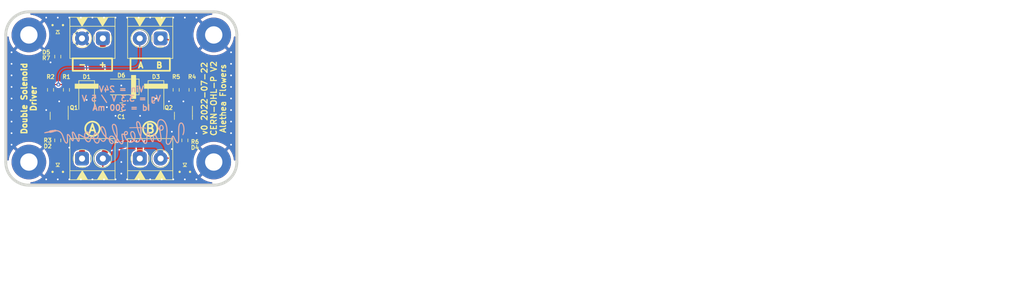
<source format=kicad_pcb>
(kicad_pcb (version 20211014) (generator pcbnew)
  (title_block (title "Solenoid driver") (date "2022-07-22") (rev "v0") (company "Winterbloom") (comment 1 "Alethea Flowers") (comment 2 "CERN-OHL-P V2") (comment 3 "candela.wntr.dev"))
  (layers (0 "F.Cu" signal) (31 "B.Cu" signal) (34 "B.Paste" user) (35 "F.Paste" user) (36 "B.SilkS" user "B.Silkscreen") (37 "F.SilkS" user "F.Silkscreen") (38 "B.Mask" user) (39 "F.Mask" user) (44 "Edge.Cuts" user))
  (net 0 "")
  (net 1 "GND")
  (net 2 "Net-(D5-Pad1)")
  (net 3 "+VDC")
  (net 4 "Net-(D2-Pad1)")
  (net 5 "Net-(Q1-Pad1)")
  (net 6 "Net-(R6-Pad1)")
  (net 7 "Net-(R4-Pad2)")
  (net 8 "/Switched A")
  (net 9 "/Switched B")
  (net 10 "/Control A")
  (net 11 "/Control B")
  (net 12 "/DCIN")
  (footprint "Resistor_SMD:R_0603_1608Metric_Pad0.98x0.95mm_HandSolder" (layer "F.Cu") (at 78.5 101.325 90)
    (fp_text reference "R3" (at 0 -1.75 unlocked) (layer "F.SilkS") (effects (font (size 0.7 0.7))))
    (fp_text value "10K")
    (pad "1" smd roundrect (at -0.9125 0 90) (size 0.975 0.95) (layers "F.Cu" "F.Paste" "F.Mask") (net 4 "Net-(D2-Pad1)"))
    (pad "2" smd roundrect (at 0.9125 0 90) (size 0.975 0.95) (layers "F.Cu" "F.Paste" "F.Mask") (net 8 "/Switched A"))
  )
  (footprint "winterbloom:TerminalBlock_4UCON_1x02_P3.50mm_Horizontal" (layer "F.Cu") (at 96.25 83.675 180)
    (fp_text reference "J2" hide)
    (fp_text value "CONTROL" hide)
    (pad "1" thru_hole roundrect (at -0.0508 0 180) (size 2.4 2.4) (drill 1.05) (layers *.Cu *.Mask) (net 11 "/Control B"))
    (pad "2" thru_hole circle (at 3.556 0 180) (size 2.4 2.4) (drill 1.05) (layers *.Cu *.Mask) (net 10 "/Control A"))
  )
  (footprint "MountingHole:MountingHole_3mm_Pad" (layer "F.Cu") (at 105.5 105.075)
    (fp_text reference "H4" hide)
    (fp_text value "GND" hide)
    (pad "1" thru_hole circle locked (at 0 0) (size 6 6) (drill 3) (layers *.Cu *.Mask) (net 1 "GND"))
  )
  (footprint "winterbloom:LED_0805_Kingbright_APT2012" (layer "F.Cu") (at 78.5 105.575 90)
    (fp_text reference "D2" (at 3.25 -1.75 unlocked) (layer "F.SilkS") (effects (font (size 0.7 0.7))))
    (fp_text value "A" hide)
    (pad "1" smd roundrect (at -1.175 0 90) (size 1.25 1.25) (layers "F.Cu" "F.Paste" "F.Mask") (roundrect_rratio 0.05) (net 4 "Net-(D2-Pad1)"))
    (pad "2" smd roundrect (at 1.175 0 90) (size 1.25 1.25) (layers "F.Cu" "F.Paste" "F.Mask") (roundrect_rratio 0.05) (net 3 "+VDC"))
  )
  (footprint "winterbloom:LED_0805_Kingbright_APT2012" (layer "F.Cu") (at 78.5 82.575 -90)
    (fp_text reference "D5" (at 3.5 2 unlocked) (layer "F.SilkS") (effects (font (size 0.7 0.7))))
    (fp_text value "VDC" hide)
    (pad "1" smd roundrect (at -1.175 0 270) (size 1.25 1.25) (layers "F.Cu" "F.Paste" "F.Mask") (roundrect_rratio 0.05) (net 2 "Net-(D5-Pad1)"))
    (pad "2" smd roundrect (at 1.175 0 270) (size 1.25 1.25) (layers "F.Cu" "F.Paste" "F.Mask") (roundrect_rratio 0.05) (net 3 "+VDC"))
  )
  (footprint "Package_TO_SOT_SMD:SOT-23" (layer "F.Cu") (at 78.75 97.075 -90)
    (fp_text reference "Q1" (at -1.4 -2.55 unlocked) (layer "F.SilkS") (effects (font (size 0.7 0.7))))
    (fp_text value "PMV40UN2R")
    (pad "1" smd roundrect (at -0.9375 -0.95 270) (size 1.475 0.6) (layers "F.Cu" "F.Paste" "F.Mask") (net 5 "Net-(Q1-Pad1)"))
    (pad "2" smd roundrect (at -0.9375 0.95 270) (size 1.475 0.6) (layers "F.Cu" "F.Paste" "F.Mask") (net 1 "GND"))
    (pad "3" smd roundrect (at 0.9375 0 270) (size 1.475 0.6) (layers "F.Cu" "F.Paste" "F.Mask") (net 8 "/Switched A"))
  )
  (footprint "Diode_SMD:D_SOD-128" (layer "F.Cu") (at 83.5 94.075 -90)
    (fp_text reference "D1" (at -3.75 0 unlocked) (layer "F.SilkS") (effects (font (size 0.7 0.7))))
    (fp_text value "30V 1A")
    (pad "1" smd rect (at -2.2 0 270) (size 1.4 2.1) (layers "F.Cu" "F.Paste" "F.Mask") (net 3 "+VDC"))
    (pad "2" smd rect (at 2.2 0 270) (size 1.4 2.1) (layers "F.Cu" "F.Paste" "F.Mask") (net 8 "/Switched A"))
  )
  (footprint "Resistor_SMD:R_0603_1608Metric_Pad0.98x0.95mm_HandSolder" (layer "F.Cu") (at 100.5 101.325 90)
    (fp_text reference "R6" (at -0.254724 1.75 unlocked) (layer "F.SilkS") (effects (font (size 0.7 0.7))))
    (fp_text value "10K")
    (pad "1" smd roundrect (at -0.9125 0 90) (size 0.975 0.95) (layers "F.Cu" "F.Paste" "F.Mask") (net 6 "Net-(R6-Pad1)"))
    (pad "2" smd roundrect (at 0.9125 0 90) (size 0.975 0.95) (layers "F.Cu" "F.Paste" "F.Mask") (net 9 "/Switched B"))
  )
  (footprint "MountingHole:MountingHole_3mm_Pad" (layer "F.Cu") (at 105.5 83.075)
    (fp_text reference "H3" hide)
    (fp_text value "GND" hide)
    (pad "1" thru_hole circle locked (at 0 0) (size 6 6) (drill 3) (layers *.Cu *.Mask) (net 1 "GND"))
  )
  (footprint "winterbloom:TerminalBlock_4UCON_1x02_P3.50mm_Horizontal" (layer "F.Cu") (at 86.25 83.675 180)
    (fp_text reference "J1" hide)
    (fp_text value "DC IN" hide)
    (pad "1" thru_hole roundrect (at -0.0508 0 180) (size 2.4 2.4) (drill 1.05) (layers *.Cu *.Mask) (net 12 "/DCIN"))
    (pad "2" thru_hole circle (at 3.556 0 180) (size 2.4 2.4) (drill 1.05) (layers *.Cu *.Mask) (net 1 "GND"))
  )
  (footprint "winterbloom:TerminalBlock_4UCON_1x02_P3.50mm_Horizontal" (layer "F.Cu") (at 92.75 104.475)
    (fp_text reference "J4" hide)
    (fp_text value "Solenoid B" hide)
    (pad "1" thru_hole roundrect (at -0.0508 0) (size 2.4 2.4) (drill 1.05) (layers *.Cu *.Mask) (net 9 "/Switched B"))
    (pad "2" thru_hole circle (at 3.556 0) (size 2.4 2.4) (drill 1.05) (layers *.Cu *.Mask) (net 3 "+VDC"))
  )
  (footprint "MountingHole:MountingHole_3mm_Pad" (layer "F.Cu") (at 73.5 105.075)
    (fp_text reference "H2" hide)
    (fp_text value "GND" hide)
    (pad "1" thru_hole circle locked (at 0 0) (size 6 6) (drill 3) (layers *.Cu *.Mask) (net 1 "GND"))
  )
  (footprint "Resistor_SMD:R_0603_1608Metric_Pad0.98x0.95mm_HandSolder" (layer "F.Cu") (at 78.5 86.825 -90)
    (fp_text reference "R7" (at 0.25 2 unlocked) (layer "F.SilkS") (effects (font (size 0.7 0.7))))
    (fp_text value "10K")
    (pad "1" smd roundrect (at -0.9125 0 270) (size 0.975 0.95) (layers "F.Cu" "F.Paste" "F.Mask") (net 2 "Net-(D5-Pad1)"))
    (pad "2" smd roundrect (at 0.9125 0 270) (size 0.975 0.95) (layers "F.Cu" "F.Paste" "F.Mask") (net 1 "GND"))
  )
  (footprint "Resistor_SMD:R_0603_1608Metric_Pad0.98x0.95mm_HandSolder" (layer "F.Cu") (at 80 92.575 -90)
    (fp_text reference "R1" (at -2.25 0 unlocked) (layer "F.SilkS") (effects (font (size 0.7 0.7))))
    (fp_text value "1K")
    (pad "1" smd roundrect (at -0.9125 0 270) (size 0.975 0.95) (layers "F.Cu" "F.Paste" "F.Mask") (net 10 "/Control A"))
    (pad "2" smd roundrect (at 0.9125 0 270) (size 0.975 0.95) (layers "F.Cu" "F.Paste" "F.Mask") (net 5 "Net-(Q1-Pad1)"))
  )
  (footprint "Package_TO_SOT_SMD:SOT-23" (layer "F.Cu") (at 100.25 97.075 -90)
    (fp_text reference "Q2" (at -1.4 2.55 unlocked) (layer "F.SilkS") (effects (font (size 0.7 0.7))))
    (fp_text value "PMV40UN2R")
    (pad "1" smd roundrect (at -0.9375 -0.95 270) (size 1.475 0.6) (layers "F.Cu" "F.Paste" "F.Mask") (net 7 "Net-(R4-Pad2)"))
    (pad "2" smd roundrect (at -0.9375 0.95 270) (size 1.475 0.6) (layers "F.Cu" "F.Paste" "F.Mask") (net 1 "GND"))
    (pad "3" smd roundrect (at 0.9375 0 270) (size 1.475 0.6) (layers "F.Cu" "F.Paste" "F.Mask") (net 9 "/Switched B"))
  )
  (footprint "Resistor_SMD:R_0603_1608Metric_Pad0.98x0.95mm_HandSolder" (layer "F.Cu") (at 101.75 92.575 -90)
    (fp_text reference "R4" (at -2.25 0 unlocked) (layer "F.SilkS") (effects (font (size 0.7 0.7))))
    (fp_text value "1K")
    (pad "1" smd roundrect (at -0.9125 0 270) (size 0.975 0.95) (layers "F.Cu" "F.Paste" "F.Mask") (net 11 "/Control B"))
    (pad "2" smd roundrect (at 0.9125 0 270) (size 0.975 0.95) (layers "F.Cu" "F.Paste" "F.Mask") (net 7 "Net-(R4-Pad2)"))
  )
  (footprint "Resistor_SMD:R_0603_1608Metric_Pad0.98x0.95mm_HandSolder" (layer "F.Cu") (at 99 92.575 -90)
    (fp_text reference "R5" (at -2.25 0 unlocked) (layer "F.SilkS") (effects (font (size 0.7 0.7))))
    (fp_text value "100K")
    (pad "1" smd roundrect (at -0.9125 0 270) (size 0.975 0.95) (layers "F.Cu" "F.Paste" "F.Mask") (net 11 "/Control B"))
    (pad "2" smd roundrect (at 0.9125 0 270) (size 0.975 0.95) (layers "F.Cu" "F.Paste" "F.Mask") (net 1 "GND"))
  )
  (footprint "Diode_SMD:D_SOD-128" (layer "F.Cu") (at 89.5 92.075 180)
    (fp_text reference "D6" (at 0 2 unlocked) (layer "F.SilkS") (effects (font (size 0.7 0.7))))
    (fp_text value "30V 2A")
    (pad "1" smd rect (at -2.2 0 180) (size 1.4 2.1) (layers "F.Cu" "F.Paste" "F.Mask") (net 3 "+VDC"))
    (pad "2" smd rect (at 2.2 0 180) (size 1.4 2.1) (layers "F.Cu" "F.Paste" "F.Mask") (net 12 "/DCIN"))
  )
  (footprint "Resistor_SMD:R_0603_1608Metric_Pad0.98x0.95mm_HandSolder" (layer "F.Cu") (at 77.25 92.575 -90)
    (fp_text reference "R2" (at -2.25 0 unlocked) (layer "F.SilkS") (effects (font (size 0.7 0.7))))
    (fp_text value "100K")
    (pad "1" smd roundrect (at -0.9125 0 270) (size 0.975 0.95) (layers "F.Cu" "F.Paste" "F.Mask") (net 10 "/Control A"))
    (pad "2" smd roundrect (at 0.9125 0 270) (size 0.975 0.95) (layers "F.Cu" "F.Paste" "F.Mask") (net 1 "GND"))
  )
  (footprint "MountingHole:MountingHole_3mm_Pad" (layer "F.Cu") (at 73.5 83.075)
    (fp_text reference "H1" hide)
    (fp_text value "GND" hide)
    (pad "1" thru_hole circle locked (at 0 0) (size 6 6) (drill 3) (layers *.Cu *.Mask) (net 1 "GND"))
  )
  (footprint "winterbloom:TerminalBlock_4UCON_1x02_P3.50mm_Horizontal" (layer "F.Cu") (at 82.75 104.475)
    (fp_text reference "J3" hide)
    (fp_text value "Solenoid A" hide)
    (pad "1" thru_hole roundrect (at -0.0508 0) (size 2.4 2.4) (drill 1.05) (layers *.Cu *.Mask) (net 8 "/Switched A"))
    (pad "2" thru_hole circle (at 3.556 0) (size 2.4 2.4) (drill 1.05) (layers *.Cu *.Mask) (net 3 "+VDC"))
  )
  (footprint "Diode_SMD:D_SOD-128" (layer "F.Cu") (at 95.5 94.075 -90)
    (fp_text reference "D3" (at -3.75 0 unlocked) (layer "F.SilkS") (effects (font (size 0.7 0.7))))
    (fp_text value "30V 1A")
    (pad "1" smd rect (at -2.2 0 270) (size 1.4 2.1) (layers "F.Cu" "F.Paste" "F.Mask") (net 3 "+VDC"))
    (pad "2" smd rect (at 2.2 0 270) (size 1.4 2.1) (layers "F.Cu" "F.Paste" "F.Mask") (net 9 "/Switched B"))
  )
  (footprint "winterbloom:LED_0805_Kingbright_APT2012" (layer "F.Cu") (at 100.5 105.575 90)
    (fp_text reference "D4" (at 3 1.75 unlocked) (layer "F.SilkS") (effects (font (size 0.7 0.7))))
    (fp_text value "A" hide)
    (pad "1" smd roundrect (at -1.175 0 90) (size 1.25 1.25) (layers "F.Cu" "F.Paste" "F.Mask") (roundrect_rratio 0.05) (net 6 "Net-(R6-Pad1)"))
    (pad "2" smd roundrect (at 1.175 0 90) (size 1.25 1.25) (layers "F.Cu" "F.Paste" "F.Mask") (roundrect_rratio 0.05) (net 3 "+VDC"))
  )
  (footprint "Capacitor_SMD:C_0805_2012Metric_Pad1.18x1.45mm_HandSolder" (layer "F.Cu") (at 89.5 95.575 180)
    (fp_text reference "C1" (at 0 -1.68 unlocked) (layer "F.SilkS") (effects (font (size 0.7 0.7))))
    (fp_text value "10U")
    (pad "1" smd roundrect (at -1.0375 0 180) (size 1.175 1.45) (layers "F.Cu" "F.Paste" "F.Mask") (roundrect_rratio 0.212766) (net 3 "+VDC"))
    (pad "2" smd roundrect (at 1.0375 0 180) (size 1.175 1.45) (layers "F.Cu" "F.Paste" "F.Mask") (roundrect_rratio 0.212766) (net 1 "GND"))
  )
  (footprint "winterbloom:Symbol_Winterbloom_25mm" (layer "B.Cu") (at 88.3 99.875 180)
    (fp_text reference "G***" hide)
    (fp_text value "LOGO" hide)
  )
  (gr_circle (center 84.5 99.325) (end 85.75 99.325) (layer "F.SilkS") (width 0.3) (fill none))
  (gr_circle (center 94.5 99.325) (end 95.75 99.325) (layer "F.SilkS") (width 0.3) (fill none))
  (gr_rect (start 87.91 89.275) (end 81.09 87.135) (layer "F.SilkS") (width 0.3) (fill none))
  (gr_rect (start 91.25 94.075) (end 92 90.075) (layer "F.SilkS") (width 0.12) (fill solid))
  (gr_rect (start 93.5 91.575) (end 97.5 92.325) (layer "F.SilkS") (width 0.12) (fill solid))
  (gr_rect (start 81.5 91.575) (end 85.5 92.325) (layer "F.SilkS") (width 0.12) (fill solid))
  (gr_rect (start 97.91 89.275) (end 91.09 87.135) (layer "F.SilkS") (width 0.3) (fill none))
  (gr_arc (start 73.5 109.075) (mid 70.671573 107.903427) (end 69.5 105.075) (layer "Edge.Cuts") (width 0.5))
  (gr_arc (start 105.5 79.075) (mid 108.328427 80.246573) (end 109.5 83.075) (layer "Edge.Cuts") (width 0.5))
  (gr_line (start 73.5 79.075) (end 105.5 79.075) (layer "Edge.Cuts") (width 0.5))
  (gr_arc (start 69.5 83.075) (mid 70.671573 80.246573) (end 73.5 79.075) (layer "Edge.Cuts") (width 0.5))
  (gr_line (start 109.5 83.075) (end 109.5 105.075) (layer "Edge.Cuts") (width 0.5))
  (gr_line (start 69.5 105.075) (end 69.5 83.075) (layer "Edge.Cuts") (width 0.5))
  (gr_line (start 105.5 109.075) (end 73.5 109.075) (layer "Edge.Cuts") (width 0.5))
  (gr_arc (start 109.5 105.075) (mid 108.328427 107.903427) (end 105.5 109.075) (layer "Edge.Cuts") (width 0.5))
  (gr_text "Vin = 24V\nVg = 3.3 V / 5 V\nId = 300 mA" (at 89.5 94.075) (layer "B.SilkS") (effects (font (size 1 1) (thickness 0.2)) (justify mirror)))
  (gr_text "B" (at 94.5 99.325) (layer "F.SilkS") (effects (font (size 1.5 1.5) (thickness 0.3))))
  (gr_text "+   -" (at 84.5 88.325 180) (layer "F.SilkS") (effects (font (size 1 1) (thickness 0.25))))
  (gr_text "A   B" (at 94.5 88.325) (layer "F.SilkS") (effects (font (size 1 1) (thickness 0.25))))
  (gr_text "A" (at 84.5 99.325) (layer "F.SilkS") (effects (font (size 1.5 1.5) (thickness 0.3))))
  (gr_text "Double Solenoid\nDriver" (at 73.5 94.075 90) (layer "F.SilkS") (effects (font (size 1 1) (thickness 0.25))))
  (gr_text "${REVISION} ${ISSUE_DATE}\n${COMMENT2}\n${COMMENT1}" (at 105.5 94.075 90) (layer "F.SilkS") (effects (font (size 1 1) (thickness 0.2))))
  (via (at 76.5 108.075) (size 0.7) (drill 0.3) (layers "F.Cu" "B.Cu") (net 1))
  (via (at 80.5 80.075) (size 0.7) (drill 0.3) (layers "F.Cu" "B.Cu") (net 1))
  (via (at 98.5 108.075) (size 0.7) (drill 0.3) (layers "F.Cu" "B.Cu") (net 1))
  (via (at 84.5 108.075) (size 0.7) (drill 0.3) (layers "F.Cu" "B.Cu") (net 1))
  (via (at 80.5 102.575) (size 0.7) (drill 0.3) (layers "F.Cu" "B.Cu") (net 1))
  (via (at 70.5 94.075) (size 0.7) (drill 0.3) (layers "F.Cu" "B.Cu") (net 1))
  (via (at 98.5 80.075) (size 0.7) (drill 0.3) (layers "F.Cu" "B.Cu") (net 1))
  (via (at 70.5 90.075) (size 0.7) (drill 0.3) (layers "F.Cu" "B.Cu") (net 1))
  (via (at 98.25 102.825) (size 0.7) (drill 0.3) (layers "F.Cu" "B.Cu") (net 1))
  (via (at 94.5 80.075) (size 0.7) (drill 0.3) (layers "F.Cu" "B.Cu") (net 1))
  (via (at 97.75 94.575) (size 0.7) (drill 0.3) (layers "F.Cu" "B.Cu") (net 1))
  (via (at 83.5 94.325) (size 0.7) (drill 0.3) (layers "F.Cu" "B.Cu") (net 1))
  (via (at 102.5 108.075) (size 0.7) (drill 0.3) (layers "F.Cu" "B.Cu") (net 1))
  (via (at 70.5 98.075) (size 0.7) (drill 0.3) (layers "F.Cu" "B.Cu") (net 1))
  (via (at 70.5 96.075) (size 0.7) (drill 0.3) (layers "F.Cu" "B.Cu") (net 1))
  (via (at 78.75 94.575) (size 0.7) (drill 0.3) (layers "F.Cu" "B.Cu") (net 1))
  (via (at 95.5 94.075) (size 0.7) (drill 0.3) (layers "F.Cu" "B.Cu") (net 1))
  (via (at 87 95.575) (size 0.7) (drill 0.3) (layers "F.Cu" "B.Cu") (net 1))
  (via (at 86.5 108.075) (size 0.7) (drill 0.3) (layers "F.Cu" "B.Cu") (net 1))
  (via (at 90.5 80.075) (size 0.7) (drill 0.3) (layers "F.Cu" "B.Cu") (net 1))
  (via (at 76.5 80.075) (size 0.7) (drill 0.3) (layers "F.Cu" "B.Cu") (net 1))
  (via (at 89.5 91.825) (size 0.7) (drill 0.3) (layers "F.Cu" "B.Cu") (net 1))
  (via (at 108.5 88.075) (size 0.7) (drill 0.3) (layers "F.Cu" "B.Cu") (net 1))
  (via (at 86.5 80.075) (size 0.7) (drill 0.3) (layers "F.Cu" "B.Cu") (net 1))
  (via (at 108.5 96.075) (size 0.7) (drill 0.3) (layers "F.Cu" "B.Cu") (net 1))
  (via (at 108.5 90.075) (size 0.7) (drill 0.3) (layers "F.Cu" "B.Cu") (net 1))
  (via (at 70.5 100.075) (size 0.7) (drill 0.3) (layers "F.Cu" "B.Cu") (net 1))
  (via (at 108.5 102.075) (size 0.7) (drill 0.3) (layers "F.Cu" "B.Cu") (net 1))
  (via (at 108.5 92.075) (size 0.7) (drill 0.3) (layers "F.Cu" "B.Cu") (net 1))
  (via (at 84.5 80.075) (size 0.7) (drill 0.3) (layers "F.Cu" "B.Cu") (net 1))
  (via (at 90.5 108.075) (size 0.7) (drill 0.3) (layers "F.Cu" "B.Cu") (net 1))
  (via (at 92.5 108.075) (size 0.7) (drill 0.3) (layers "F.Cu" "B.Cu") (net 1))
  (via (at 88.5 97.075) (size 0.7) (drill 0.3) (layers "F.Cu" "B.Cu") (net 1))
  (via (at 108.5 100.075) (size 0.7) (drill 0.3) (layers "F.Cu" "B.Cu") (net 1))
  (via (at 70.5 92.075) (size 0.7) (drill 0.3) (layers "F.Cu" "B.Cu") (net 1))
  (via (at 82.5 108.075) (size 0.7) (drill 0.3) (layers "F.Cu" "B.Cu") (net 1))
  (via (at 77.25 87.825) (size 0.7) (drill 0.3) (layers "F.Cu" "B.Cu") (net 1))
  (via (at 94.5 108.075) (size 0.7) (drill 0.3) (layers "F.Cu" "B.Cu") (net 1))
  (via (at 108.5 86.075) (size 0.7) (drill 0.3) (layers "F.Cu" "B.Cu") (net 1))
  (via (at 108.5 98.075) (size 0.7) (drill 0.3) (layers "F.Cu" "B.Cu") (net 1))
  (via (at 96.5 80.075) (size 0.7) (drill 0.3) (layers "F.Cu" "B.Cu") (net 1))
  (via (at 88.5 80.075) (size 0.7) (drill 0.3) (layers "F.Cu" "B.Cu") (net 1))
  (via (at 70.5 88.075) (size 0.7) (drill 0.3) (layers "F.Cu" "B.Cu") (net 1))
  (via (at 96.5 108.075) (size 0.7) (drill 0.3) (layers "F.Cu" "B.Cu") (net 1))
  (via (at 80.5 108.075) (size 0.7) (drill 0.3) (layers "F.Cu" "B.Cu") (net 1))
  (via (at 70.5 102.075) (size 0.7) (drill 0.3) (layers "F.Cu" "B.Cu") (net 1))
  (via (at 88.5 108.075) (size 0.7) (drill 0.3) (layers "F.Cu" "B.Cu") (net 1))
  (via (at 100.25 94.575) (size 0.7) (drill 0.3) (layers "F.Cu" "B.Cu") (net 1))
  (via (at 100.5 80.075) (size 0.7) (drill 0.3) (layers "F.Cu" "B.Cu") (net 1))
  (via (at 89.5 107.075) (size 0.7) (drill 0.3) (layers "F.Cu" "B.Cu") (net 1))
  (via (at 78.5 108.075) (size 0.7) (drill 0.3) (layers "F.Cu" "B.Cu") (net 1))
  (via (at 76.5 96.075) (size 0.7) (drill 0.3) (layers "F.Cu" "B.Cu") (net 1))
  (via (at 92.75 97.075) (size 0.7) (drill 0.3) (layers "F.Cu" "B.Cu") (net 1))
  (via (at 98.25 99.825) (size 0.7) (drill 0.3) (layers "F.Cu" "B.Cu") (net 1))
  (via (at 78.5 80.075) (size 0.7) (drill 0.3) (layers "F.Cu" "B.Cu") (net 1))
  (via (at 82.5 80.075) (size 0.7) (drill 0.3) (layers "F.Cu" "B.Cu") (net 1))
  (via (at 100.5 108.075) (size 0.7) (drill 0.3) (layers "F.Cu" "B.Cu") (net 1))
  (via (at 102.5 100.075) (size 0.7) (drill 0.3) (layers "F.Cu" "B.Cu") (net 1))
  (via (at 108.5 94.075) (size 0.7) (drill 0.3) (layers "F.Cu" "B.Cu") (net 1))
  (via (at 70.5 86.075) (size 0.7) (drill 0.3) (layers "F.Cu" "B.Cu") (net 1))
  (via (at 92.5 80.075) (size 0.7) (drill 0.3) (layers "F.Cu" "B.Cu") (net 1))
  (via (at 89.5 105.075) (size 0.7) (drill 0.3) (layers "F.Cu" "B.Cu") (net 1))
  (via (at 102.5 80.075) (size 0.7) (drill 0.3) (layers "F.Cu" "B.Cu") (net 1))
  (segment (start 77.4 85.175) (end 77.4 81.875) (width 0.25) (layer "F.Cu") (net 2))
  (segment (start 78.5 85.9125) (end 78.1375 85.9125) (width 0.25) (layer "F.Cu") (net 2))
  (segment (start 77.8 81.475) (end 78.425 81.475) (width 0.25) (layer "F.Cu") (net 2))
  (arc (start 78.1375 85.9125) (mid 77.616009 85.696491) (end 77.4 85.175) (width 0.25) (layer "F.Cu") (net 2))
  (arc (start 77.4 81.875) (mid 77.517157 81.592157) (end 77.8 81.475) (width 0.25) (layer "F.Cu") (net 2))
  (segment (start 90.5375 94.5375) (end 90.5375 93.7875) (width 1) (layer "F.Cu") (net 3))
  (segment (start 85.5 106.575) (end 81 106.575) (width 0.2) (layer "F.Cu") (net 3))
  (segment (start 80.25 105.825) (end 80.25 104.825) (width 0.2) (layer "F.Cu") (net 3))
  (segment (start 90.5375 93.7875) (end 90.530489 93.794511) (width 1) (layer "F.Cu") (net 3))
  (segment (start 83.5 91.875) (end 83.5 88.875) (width 0.2) (layer "F.Cu") (net 3))
  (segment (start 90.530489 93.794511) (end 85.419511 93.794511) (width 1) (layer "F.Cu") (net 3))
  (segment (start 79.3 83.775) (end 78.525 83.775) (width 0.2) (layer "F.Cu") (net 3))
  (segment (start 100.5 104.4) (end 96.381 104.4) (width 0.2) (layer "F.Cu") (net 3))
  (segment (start 89.25 102.325) (end 88.456 102.325) (width 1) (layer "F.Cu") (net 3))
  (segment (start 91.7 92.075) (end 95.3 92.075) (width 1) (layer "F.Cu") (net 3))
  (segment (start 90.5375 93.7875) (end 90.5375 93.2375) (width 1) (layer "F.Cu") (net 3))
  (segment (start 90.5375 95.575) (end 90.5375 94.5375) (width 1) (layer "F.Cu") (net 3))
  (segment (start 90.5375 95.575) (end 90.5375 101.0375) (width 1) (layer "F.Cu") (net 3))
  (segment (start 81.7 87.075) (end 81.4 87.075) (width 0.2) (layer "F.Cu") (net 3))
  (segment (start 79.75 104.325) (end 78.575 104.325) (width 0.2) (layer "F.Cu") (net 3))
  (segment (start 86.306 104.475) (end 86.306 105.769) (width 0.2) (layer "F.Cu") (net 3))
  (segment (start 80.2 85.875) (end 80.2 84.675) (width 0.2) (layer "F.Cu") (net 3))
  (arc (start 81.4 87.075) (mid 80.551472 86.723528) (end 80.2 85.875) (width 0.2) (layer "F.Cu") (net 3))
  (arc (start 88.456 102.325) (mid 86.93572 102.95472) (end 86.306 104.475) (width 1) (layer "F.Cu") (net 3))
  (arc (start 90.5375 101.0375) (mid 90.1604 101.9479) (end 89.25 102.325) (width 1) (layer "F.Cu") (net 3))
  (arc (start 83.5 88.875) (mid 82.972792 87.602208) (end 81.7 87.075) (width 0.2) (layer "F.Cu") (net 3))
  (arc (start 85.419511 93.794511) (mid 84.062212 93.232299) (end 83.5 91.875) (width 1) (layer "F.Cu") (net 3))
  (arc (start 80.25 104.825) (mid 80.103553 104.471447) (end 79.75 104.325) (width 0.2) (layer "F.Cu") (net 3))
  (arc (start 90.5375 93.2375) (mid 90.877988 92.415488) (end 91.7 92.075) (width 1) (layer "F.Cu") (net 3))
  (arc (start 86.306 105.769) (mid 86.069928 106.338928) (end 85.5 106.575) (width 0.2) (layer "F.Cu") (net 3))
  (arc (start 81 106.575) (mid 80.46967 106.35533) (end 80.25 105.825) (width 0.2) (layer "F.Cu") (net 3))
  (arc (start 80.2 84.675) (mid 79.936396 84.038604) (end 79.3 83.775) (width 0.2) (layer "F.Cu") (net 3))
  (segment (start 89.5 102.075) (end 95.25 102.075) (width 1) (layer "B.Cu") (net 3))
  (segment (start 96.25 103.075) (end 96.25 104.419) (width 1) (layer "B.Cu") (net 3))
  (segment (start 86.306 104.475) (end 87.6 104.475) (width 1) (layer "B.Cu") (net 3))
  (segment (start 88.5 103.575) (end 88.5 103.075) (width 1) (layer "B.Cu") (net 3))
  (arc (start 88.5 103.075) (mid 88.792893 102.367893) (end 89.5 102.075) (width 1) (layer "B.Cu") (net 3))
  (arc (start 95.25 102.075) (mid 95.957107 102.367893) (end 96.25 103.075) (width 1) (layer "B.Cu") (net 3))
  (arc (start 87.6 104.475) (mid 88.236396 104.211396) (end 88.5 103.575) (width 1) (layer "B.Cu") (net 3))
  (segment (start 77.85 102.325) (end 78.4125 102.325) (width 0.2) (layer "F.Cu") (net 4))
  (segment (start 77.5 106.075) (end 77.5 102.675) (width 0.2) (layer "F.Cu") (net 4))
  (arc (start 78.175 106.75) (mid 77.697703 106.552297) (end 77.5 106.075) (width 0.2) (layer "F.Cu") (net 4))
  (arc (start 77.5 102.675) (mid 77.602513 102.427513) (end 77.85 102.325) (width 0.2) (layer "F.Cu") (net 4))
  (segment (start 79.7 96.1375) (end 79.7 93.7875) (width 0.2) (layer "F.Cu") (net 5))
  (segment (start 101.0625 102.2375) (end 100.5 102.2375) (width 0.2) (layer "F.Cu") (net 6))
  (segment (start 101.6 106.075) (end 101.6 102.775) (width 0.2) (layer "F.Cu") (net 6))
  (arc (start 100.925 106.75) (mid 101.402297 106.552297) (end 101.6 106.075) (width 0.2) (layer "F.Cu") (net 6))
  (arc (start 101.6 102.775) (mid 101.44257 102.39493) (end 101.0625 102.2375) (width 0.2) (layer "F.Cu") (net 6))
  (segment (start 101.75 93.4875) (end 101.75 95.5875) (width 0.2) (layer "F.Cu") (net 7))
  (arc (start 101.75 95.5875) (mid 101.588909 95.976409) (end 101.2 96.1375) (width 0.2) (layer "F.Cu") (net 7))
  (segment (start 82.6992 104.475) (end 82.6992 99.6492) (width 1) (layer "F.Cu") (net 8))
  (segment (start 81.0625 98.0125) (end 81.7625 98.0125) (width 1) (layer "F.Cu") (net 8))
  (segment (start 78.75 98.0125) (end 81.0625 98.0125) (width 1) (layer "F.Cu") (net 8))
  (segment (start 78.5 100.4125) (end 78.5 98.2625) (width 0.2) (layer "F.Cu") (net 8))
  (arc (start 78.5 98.2625) (mid 78.573223 98.085723) (end 78.75 98.0125) (width 0.2) (layer "F.Cu") (net 8))
  (arc (start 81.7625 98.0125) (mid 82.991098 97.503598) (end 83.5 96.275) (width 1) (layer "F.Cu") (net 8))
  (arc (start 82.6992 99.6492) (mid 82.219822 98.491878) (end 81.0625 98.0125) (width 1) (layer "F.Cu") (net 8))
  (segment (start 100.25 98.0125) (end 96.5625 98.0125) (width 1) (layer "F.Cu") (net 9))
  (segment (start 92.6992 104.475) (end 92.6992 101.8758) (width 1) (layer "F.Cu") (net 9))
  (segment (start 100.5 100.4125) (end 100.5 98.2625) (width 0.2) (layer "F.Cu") (net 9))
  (segment (start 95.5 96.275) (end 95.5 99.075) (width 1) (layer "F.Cu") (net 9))
  (arc (start 96.5625 98.0125) (mid 95.811199 98.323699) (end 95.5 99.075) (width 1) (layer "F.Cu") (net 9))
  (arc (start 95.5 99.075) (mid 95.119239 99.994239) (end 94.2 100.375) (width 1) (layer "F.Cu") (net 9))
  (arc (start 92.6992 101.8758) (mid 93.138774 100.814574) (end 94.2 100.375) (width 1) (layer "F.Cu") (net 9))
  (arc (start 100.5 98.2625) (mid 100.426777 98.085723) (end 100.25 98.0125) (width 0.2) (layer "F.Cu") (net 9))
  (segment (start 80 91.6625) (end 78.6125 91.6625) (width 0.2) (layer "F.Cu") (net 10))
  (segment (start 78.6125 91.6625) (end 77.25 91.6625) (width 0.2) (layer "F.Cu") (net 10))
  (via (at 78.6125 91.6625) (size 0.7) (drill 0.3) (layers "F.Cu" "B.Cu") (net 10))
  (segment (start 92.694 83.675) (end 92.694 87.481) (width 0.2) (layer "B.Cu") (net 10))
  (segment (start 78.6 90.375) (end 78.6 91.65) (width 0.2) (layer "B.Cu") (net 10))
  (segment (start 91.4 88.775) (end 80.2 88.775) (width 0.2) (layer "B.Cu") (net 10))
  (arc (start 78.6 91.65) (mid 78.603661 91.658839) (end 78.6125 91.6625) (width 0.2) (layer "B.Cu") (net 10))
  (arc (start 80.2 88.775) (mid 79.068629 89.243629) (end 78.6 90.375) (width 0.2) (layer "B.Cu") (net 10))
  (arc (start 92.694 87.481) (mid 92.314996 88.395996) (end 91.4 88.775) (width 0.2) (layer "B.Cu") (net 10))
  (segment (start 101.75 91.6625) (end 99 91.6625) (width 0.25) (layer "F.Cu") (net 11))
  (segment (start 99 86.075) (end 99 91.6625) (width 0.25) (layer "F.Cu") (net 11))
  (arc (start 96.6 83.675) (mid 98.297056 84.377944) (end 99 86.075) (width 0.25) (layer "F.Cu") (net 11))
  (segment (start 86.3008 83.675) (end 86.3008 86.1258) (width 1) (layer "F.Cu") (net 12))
  (segment (start 87.3 87.125) (end 87.3 92.075) (width 1) (layer "F.Cu") (net 12))
  (arc (start 86.3008 86.1258) (mid 86.505591 86.620209) (end 87 86.825) (width 1) (layer "F.Cu") (net 12))
  (arc (start 87 86.825) (mid 87.212132 86.912868) (end 87.3 87.125) (width 1) (layer "F.Cu") (net 12))
  (zone (net 1) (net_name "GND") (layer "F.Cu") (connect_pads thru_hole_only (clearance 0.254)) (min_thickness 0.254) (fill yes (thermal_gap 0.508) (thermal_bridge_width 0.508))
    (polygon (pts (xy 110.5 110.075) (xy 68.5 110.075) (xy 68.5 78.075) (xy 110.5 78.075)))
  )
  (zone (net 1) (net_name "GND") (layer "B.Cu") (connect_pads thru_hole_only (clearance 0.254)) (min_thickness 0.254) (fill yes (thermal_gap 0.508) (thermal_bridge_width 0.508))
    (polygon (pts (xy 110.5 110.075) (xy 68.5 110.075) (xy 68.5 78.075) (xy 110.5 78.075)))
  )
)
</source>
